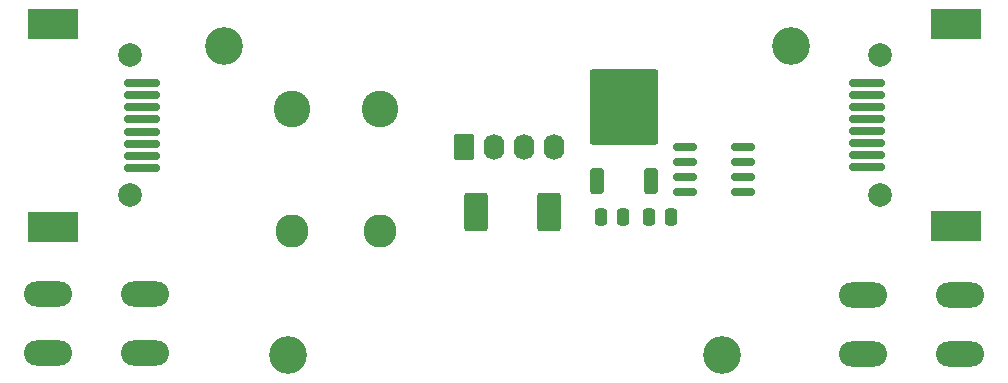
<source format=gts>
G04 #@! TF.GenerationSoftware,KiCad,Pcbnew,7.0.9*
G04 #@! TF.CreationDate,2024-08-07T11:51:21-05:00*
G04 #@! TF.ProjectId,led_segment,6c65645f-7365-4676-9d65-6e742e6b6963,rev?*
G04 #@! TF.SameCoordinates,Original*
G04 #@! TF.FileFunction,Soldermask,Top*
G04 #@! TF.FilePolarity,Negative*
%FSLAX46Y46*%
G04 Gerber Fmt 4.6, Leading zero omitted, Abs format (unit mm)*
G04 Created by KiCad (PCBNEW 7.0.9) date 2024-08-07 11:51:21*
%MOMM*%
%LPD*%
G01*
G04 APERTURE LIST*
G04 Aperture macros list*
%AMRoundRect*
0 Rectangle with rounded corners*
0 $1 Rounding radius*
0 $2 $3 $4 $5 $6 $7 $8 $9 X,Y pos of 4 corners*
0 Add a 4 corners polygon primitive as box body*
4,1,4,$2,$3,$4,$5,$6,$7,$8,$9,$2,$3,0*
0 Add four circle primitives for the rounded corners*
1,1,$1+$1,$2,$3*
1,1,$1+$1,$4,$5*
1,1,$1+$1,$6,$7*
1,1,$1+$1,$8,$9*
0 Add four rect primitives between the rounded corners*
20,1,$1+$1,$2,$3,$4,$5,0*
20,1,$1+$1,$4,$5,$6,$7,0*
20,1,$1+$1,$6,$7,$8,$9,0*
20,1,$1+$1,$8,$9,$2,$3,0*%
G04 Aperture macros list end*
%ADD10R,4.300000X2.550000*%
%ADD11C,2.000000*%
%ADD12RoundRect,0.176750X1.323250X-0.176750X1.323250X0.176750X-1.323250X0.176750X-1.323250X-0.176750X0*%
%ADD13RoundRect,0.176750X-1.323250X0.176750X-1.323250X-0.176750X1.323250X-0.176750X1.323250X0.176750X0*%
%ADD14C,2.804000*%
%ADD15C,3.104000*%
%ADD16O,4.064800X2.134400*%
%ADD17RoundRect,0.250000X-0.250000X-0.475000X0.250000X-0.475000X0.250000X0.475000X-0.250000X0.475000X0*%
%ADD18RoundRect,0.150000X-0.825000X-0.150000X0.825000X-0.150000X0.825000X0.150000X-0.825000X0.150000X0*%
%ADD19C,3.200000*%
%ADD20RoundRect,0.250000X0.750000X1.400000X-0.750000X1.400000X-0.750000X-1.400000X0.750000X-1.400000X0*%
%ADD21RoundRect,0.250000X0.350000X-0.850000X0.350000X0.850000X-0.350000X0.850000X-0.350000X-0.850000X0*%
%ADD22RoundRect,0.249997X2.650003X-2.950003X2.650003X2.950003X-2.650003X2.950003X-2.650003X-2.950003X0*%
%ADD23RoundRect,0.250000X-0.620000X-0.845000X0.620000X-0.845000X0.620000X0.845000X-0.620000X0.845000X0*%
%ADD24O,1.740000X2.190000*%
G04 APERTURE END LIST*
D10*
X224790000Y-138532000D03*
D11*
X218290000Y-135897000D03*
X218290000Y-124047000D03*
D10*
X224790000Y-121412000D03*
D12*
X217244000Y-133542000D03*
X217270000Y-132522000D03*
X217244000Y-131502000D03*
X217244000Y-130482000D03*
X217244000Y-129462000D03*
X217244000Y-128442000D03*
X217244000Y-127422000D03*
X217244000Y-126402000D03*
D10*
X148336000Y-121426000D03*
D11*
X154836000Y-124061000D03*
X154836000Y-135911000D03*
D10*
X148336000Y-138546000D03*
D13*
X155882000Y-126416000D03*
X155856000Y-127436000D03*
X155882000Y-128456000D03*
X155882000Y-129476000D03*
X155882000Y-130496000D03*
X155882000Y-131516000D03*
X155882000Y-132536000D03*
X155882000Y-133556000D03*
D14*
X176024000Y-138881000D03*
D15*
X176024000Y-128581000D03*
D14*
X168524000Y-138881000D03*
D15*
X168524000Y-128581000D03*
D16*
X156090000Y-149276000D03*
X147890000Y-149276000D03*
X156090000Y-144276000D03*
X147890000Y-144276000D03*
D17*
X194698000Y-137742000D03*
X196598000Y-137742000D03*
D18*
X201797000Y-131773000D03*
X201797000Y-133043000D03*
X201797000Y-134313000D03*
X201797000Y-135583000D03*
X206747000Y-135583000D03*
X206747000Y-134313000D03*
X206747000Y-133043000D03*
X206747000Y-131773000D03*
D17*
X198750000Y-137742000D03*
X200650000Y-137742000D03*
D19*
X204913000Y-149417000D03*
D20*
X190298000Y-137352000D03*
X184098000Y-137352000D03*
D16*
X216882000Y-144349984D03*
X225082000Y-144349984D03*
X216882000Y-149349984D03*
X225082000Y-149349984D03*
D19*
X210755000Y-123255000D03*
D21*
X194378000Y-134694000D03*
D22*
X196658000Y-128394000D03*
D21*
X198938000Y-134694000D03*
D19*
X168210000Y-149417000D03*
D23*
X183134000Y-131776500D03*
D24*
X185674000Y-131776500D03*
X188214000Y-131776500D03*
X190754000Y-131776500D03*
D19*
X162749000Y-123255000D03*
M02*

</source>
